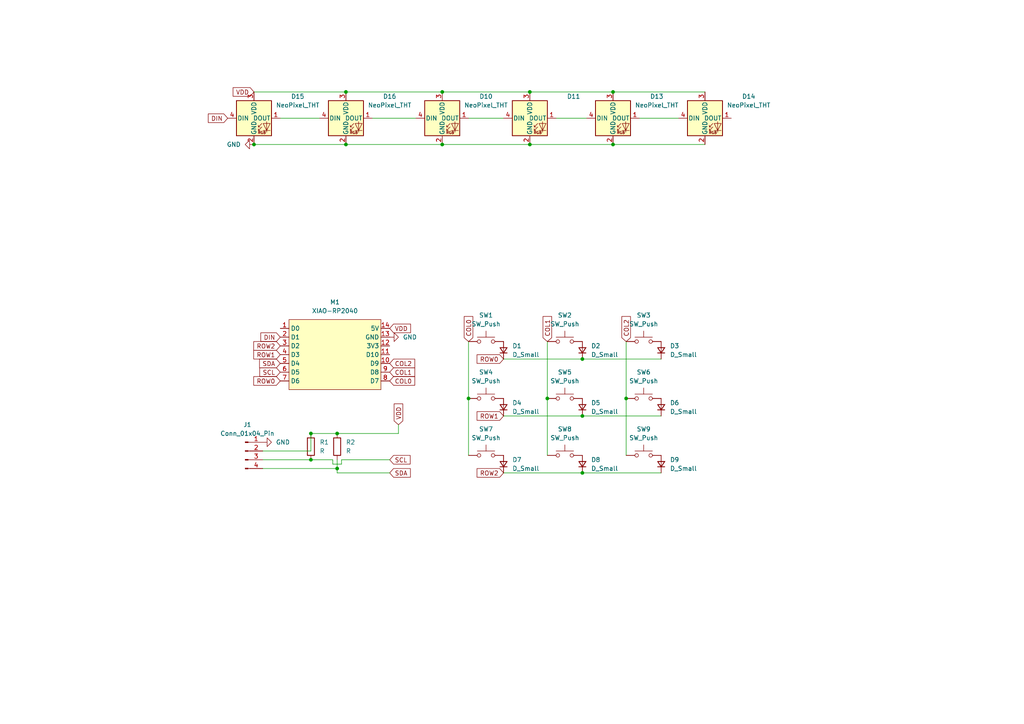
<source format=kicad_sch>
(kicad_sch (version 20231120) (generator "eeschema") (generator_version "8.0")
  (paper "A4")
  (lib_symbols
    (symbol "4xxx:XIAO-RP2040"
      (property "Reference" "M" (at 0 0 0))
      (property "Value" "XIAO-RP2040" (at 0 2.54 0))
      (symbol "XIAO-RP2040_0_1"
        (rectangle (start -12.7 10.16) (end 13.97 -10.16) (fill (type background)))
      )
      (symbol "XIAO-RP2040_1_1"
        (pin bidirectional line (at -15.24 7.62 0) (length 2.54) (name "D0") (number "1"))
        (pin bidirectional line (at 16.51 -2.54 180) (length 2.54) (name "D9") (number "10"))
        (pin bidirectional line (at 16.51 0 180) (length 2.54) (name "D10") (number "11"))
        (pin power_in line (at 16.51 2.54 180) (length 2.54) (name "3V3") (number "12"))
        (pin power_in line (at 16.51 5.08 180) (length 2.54) (name "GND") (number "13"))
        (pin power_in line (at 16.51 7.62 180) (length 2.54) (name "5V") (number "14"))
        (pin bidirectional line (at -15.24 5.08 0) (length 2.54) (name "D1") (number "2"))
        (pin bidirectional line (at -15.24 2.54 0) (length 2.54) (name "D2") (number "3"))
        (pin bidirectional line (at -15.24 0 0) (length 2.54) (name "D3") (number "4"))
        (pin bidirectional line (at -15.24 -2.54 0) (length 2.54) (name "D4") (number "5"))
        (pin bidirectional line (at -15.24 -5.08 0) (length 2.54) (name "D5") (number "6"))
        (pin bidirectional line (at -15.24 -7.62 0) (length 2.54) (name "D6") (number "7"))
        (pin bidirectional line (at 16.51 -7.62 180) (length 2.54) (name "D7") (number "8"))
        (pin bidirectional line (at 16.51 -5.08 180) (length 2.54) (name "D8") (number "9"))
      )
    )
    (symbol "Connector:Conn_01x04_Pin" (pin_names (offset 1.016) hide)
      (property "Reference" "J" (at 0 5.08 0))
      (property "Value" "Conn_01x04_Pin" (at 0 -7.62 0))
      (symbol "Conn_01x04_Pin_1_1"
        (polyline (pts (xy 1.27 -5.08) (xy 0.8636 -5.08)) (stroke (width 0.1524)))
        (polyline (pts (xy 1.27 -2.54) (xy 0.8636 -2.54)) (stroke (width 0.1524)))
        (polyline (pts (xy 1.27 0) (xy 0.8636 0)) (stroke (width 0.1524)))
        (polyline (pts (xy 1.27 2.54) (xy 0.8636 2.54)) (stroke (width 0.1524)))
        (rectangle (start 0.8636 -4.953) (end 0 -5.207) (stroke (width 0.1524)) (fill (type outline)))
        (rectangle (start 0.8636 -2.413) (end 0 -2.667) (stroke (width 0.1524)) (fill (type outline)))
        (rectangle (start 0.8636 0.127) (end 0 -0.127) (stroke (width 0.1524)) (fill (type outline)))
        (rectangle (start 0.8636 2.667) (end 0 2.413) (stroke (width 0.1524)) (fill (type outline)))
        (pin passive line (at 5.08 2.54 180) (length 3.81) (name "Pin_1") (number "1"))
        (pin passive line (at 5.08 0 180) (length 3.81) (name "Pin_2") (number "2"))
        (pin passive line (at 5.08 -2.54 180) (length 3.81) (name "Pin_3") (number "3"))
        (pin passive line (at 5.08 -5.08 180) (length 3.81) (name "Pin_4") (number "4"))
      )
    )
    (symbol "Device:D_Small" (pin_numbers hide) (pin_names (offset 0.254) hide)
      (property "Reference" "D" (at -1.27 2.032 0))
      (property "Value" "D_Small" (at -3.302 -4.572 0))
      (symbol "D_Small_0_1"
        (polyline (pts (xy -0.762 -1.016) (xy -0.762 1.016)) (stroke (width 0.254)))
        (polyline (pts (xy -0.762 0) (xy 0.762 0)))
        (polyline (pts (xy 0.762 -1.016) (xy -0.762 0) (xy 0.762 1.016) (xy 0.762 -1.016)) (stroke (width 0.254)))
      )
      (symbol "D_Small_1_1"
        (pin passive line (at 2.54 0 180) (length 1.778) (name "A") (number "A"))
        (pin passive line (at -2.54 0 0) (length 1.778) (name "K") (number "K"))
      )
    )
    (symbol "Device:R" (pin_numbers hide) (pin_names (offset 0))
      (property "Reference" "R" (at 2.032 0 90))
      (property "Value" "R" (at 0 0 90))
      (symbol "R_0_1"
        (rectangle (start -1.016 -2.54) (end 1.016 2.54) (stroke (width 0.254)))
      )
      (symbol "R_1_1"
        (pin passive line (at 0 3.81 270) (length 1.27) (name "~") (number "1"))
        (pin passive line (at 0 -3.81 90) (length 1.27) (name "~") (number "2"))
      )
    )
    (symbol "LED:NeoPixel_THT" (pin_names (offset 0.254))
      (property "Reference" "D" (at 5.08 5.715 0))
      (property "Value" "NeoPixel_THT" (at 1.27 -5.715 0))
      (symbol "NeoPixel_THT_0_0"
        (text "RGB" (at 2.286 -4.191 0) (effects (font (size 0.762 0.762))))
      )
      (symbol "NeoPixel_THT_0_1"
        (polyline (pts (xy 1.27 -3.556) (xy 1.778 -3.556)))
        (polyline (pts (xy 1.27 -2.54) (xy 1.778 -2.54)))
        (polyline (pts (xy 4.699 -3.556) (xy 2.667 -3.556)))
        (polyline (pts (xy 2.286 -2.54) (xy 1.27 -3.556) (xy 1.27 -3.048)))
        (polyline (pts (xy 2.286 -1.524) (xy 1.27 -2.54) (xy 1.27 -2.032)))
        (polyline (pts (xy 3.683 -1.016) (xy 3.683 -3.556) (xy 3.683 -4.064)))
        (polyline (pts (xy 4.699 -1.524) (xy 2.667 -1.524) (xy 3.683 -3.556) (xy 4.699 -1.524)))
        (rectangle (start 5.08 5.08) (end -5.08 -5.08) (stroke (width 0.254)) (fill (type background)))
      )
      (symbol "NeoPixel_THT_1_1"
        (pin output line (at 7.62 0 180) (length 2.54) (name "DOUT") (number "1"))
        (pin power_in line (at 0 -7.62 90) (length 2.54) (name "GND") (number "2"))
        (pin power_in line (at 0 7.62 270) (length 2.54) (name "VDD") (number "3"))
        (pin input line (at -7.62 0 0) (length 2.54) (name "DIN") (number "4"))
      )
    )
    (symbol "Switch:SW_Push" (pin_numbers hide) (pin_names (offset 1.016) hide)
      (property "Reference" "SW" (at 1.27 2.54 0))
      (property "Value" "SW_Push" (at 0 -1.524 0))
      (symbol "SW_Push_0_1"
        (circle (center -2.032 0) (radius 0.508))
        (polyline (pts (xy 0 1.27) (xy 0 3.048)))
        (polyline (pts (xy 2.54 1.27) (xy -2.54 1.27)))
        (circle (center 2.032 0) (radius 0.508))
        (pin passive line (at -5.08 0 0) (length 2.54) (name "1") (number "1"))
        (pin passive line (at 5.08 0 180) (length 2.54) (name "2") (number "2"))
      )
    )
    (symbol "power:GND" (power) (pin_numbers hide) (pin_names (offset 0) hide)
      (property "Value" "GND" (at 0 -3.81 0))
      (symbol "GND_0_1"
        (polyline (pts (xy 0 0) (xy 0 -1.27) (xy 1.27 -1.27) (xy 0 -2.54) (xy -1.27 -1.27) (xy 0 -1.27)))
      )
      (symbol "GND_1_1"
        (pin power_in line (at 0 0 270) (length 0) (name "~") (number "1"))
      )
    )
  )
  (junction (at 90.17 125.73))
  (junction (at 153.67 26.67))
  (junction (at 97.79 135.89))
  (junction (at 135.89 115.57))
  (junction (at 168.91 104.14))
  (junction (at 168.91 120.65))
  (junction (at 100.33 26.67))
  (junction (at 128.27 26.67))
  (junction (at 97.79 125.73))
  (junction (at 168.91 137.16))
  (junction (at 181.61 115.57))
  (junction (at 177.8 41.91))
  (junction (at 73.66 41.91))
  (junction (at 100.33 41.91))
  (junction (at 128.27 41.91))
  (junction (at 177.8 26.67))
  (junction (at 90.17 133.35))
  (junction (at 153.67 41.91))
  (junction (at 158.75 115.57))
  (wire (pts (xy 135.89 99.06) (xy 135.89 115.57)))
  (wire (pts (xy 153.67 41.91) (xy 177.8 41.91)))
  (wire (pts (xy 107.95 34.29) (xy 120.65 34.29)))
  (wire (pts (xy 76.2 133.35) (xy 90.17 133.35)))
  (wire (pts (xy 146.05 104.14) (xy 168.91 104.14)))
  (wire (pts (xy 100.33 26.67) (xy 128.27 26.67)))
  (wire (pts (xy 97.79 135.89) (xy 97.79 137.16)))
  (wire (pts (xy 115.57 125.73) (xy 115.57 123.19)))
  (wire (pts (xy 128.27 41.91) (xy 153.67 41.91)))
  (wire (pts (xy 177.8 41.91) (xy 204.47 41.91)))
  (wire (pts (xy 90.17 130.81) (xy 90.17 125.73)))
  (wire (pts (xy 99.06 134.62) (xy 96.52 134.62)))
  (wire (pts (xy 96.52 133.35) (xy 90.17 133.35)))
  (wire (pts (xy 99.06 133.35) (xy 99.06 134.62)))
  (wire (pts (xy 177.8 26.67) (xy 204.47 26.67)))
  (wire (pts (xy 135.89 34.29) (xy 146.05 34.29)))
  (wire (pts (xy 135.89 115.57) (xy 135.89 132.08)))
  (wire (pts (xy 97.79 125.73) (xy 115.57 125.73)))
  (wire (pts (xy 181.61 115.57) (xy 181.61 132.08)))
  (wire (pts (xy 168.91 104.14) (xy 191.77 104.14)))
  (wire (pts (xy 158.75 115.57) (xy 158.75 132.08)))
  (wire (pts (xy 100.33 41.91) (xy 128.27 41.91)))
  (wire (pts (xy 96.52 134.62) (xy 96.52 133.35)))
  (wire (pts (xy 73.66 26.67) (xy 100.33 26.67)))
  (wire (pts (xy 73.66 41.91) (xy 100.33 41.91)))
  (wire (pts (xy 158.75 99.06) (xy 158.75 115.57)))
  (wire (pts (xy 76.2 130.81) (xy 90.17 130.81)))
  (wire (pts (xy 181.61 99.06) (xy 181.61 115.57)))
  (wire (pts (xy 90.17 125.73) (xy 97.79 125.73)))
  (wire (pts (xy 113.03 137.16) (xy 97.79 137.16)))
  (wire (pts (xy 153.67 26.67) (xy 177.8 26.67)))
  (wire (pts (xy 161.29 34.29) (xy 170.18 34.29)))
  (wire (pts (xy 168.91 120.65) (xy 191.77 120.65)))
  (wire (pts (xy 81.28 34.29) (xy 92.71 34.29)))
  (wire (pts (xy 97.79 133.35) (xy 97.79 135.89)))
  (wire (pts (xy 146.05 137.16) (xy 168.91 137.16)))
  (wire (pts (xy 128.27 26.67) (xy 153.67 26.67)))
  (wire (pts (xy 113.03 133.35) (xy 99.06 133.35)))
  (wire (pts (xy 168.91 137.16) (xy 191.77 137.16)))
  (wire (pts (xy 76.2 135.89) (xy 97.79 135.89)))
  (wire (pts (xy 185.42 34.29) (xy 196.85 34.29)))
  (wire (pts (xy 146.05 120.65) (xy 168.91 120.65)))
  (global_label "COL2" (shape input) (at 181.61 99.06 90) (property "Intersheetrefs" "${INTERSHEET_REFS}" (effects (hide yes))))
  (global_label "VDD" (shape input) (at 73.66 26.67 180) (property "Intersheetrefs" "${INTERSHEET_REFS}" (effects (hide yes))))
  (global_label "SCL" (shape input) (at 81.28 107.95 180) (property "Intersheetrefs" "${INTERSHEET_REFS}" (effects (hide yes))))
  (global_label "COL0" (shape input) (at 135.89 99.06 90) (property "Intersheetrefs" "${INTERSHEET_REFS}" (effects (hide yes))))
  (global_label "DIN" (shape input) (at 81.28 97.79 180) (property "Intersheetrefs" "${INTERSHEET_REFS}" (effects (hide yes))))
  (global_label "ROW1" (shape input) (at 146.05 120.65 180) (property "Intersheetrefs" "${INTERSHEET_REFS}" (effects (hide yes))))
  (global_label "DIN" (shape input) (at 66.04 34.29 180) (property "Intersheetrefs" "${INTERSHEET_REFS}" (effects (hide yes))))
  (global_label "COL1" (shape input) (at 158.75 99.06 90) (property "Intersheetrefs" "${INTERSHEET_REFS}" (effects (hide yes))))
  (global_label "COL2" (shape input) (at 113.03 105.41 0) (property "Intersheetrefs" "${INTERSHEET_REFS}" (effects (hide yes))))
  (global_label "SCL" (shape input) (at 113.03 133.35 0) (property "Intersheetrefs" "${INTERSHEET_REFS}" (effects (hide yes))))
  (global_label "ROW2" (shape input) (at 146.05 137.16 180) (property "Intersheetrefs" "${INTERSHEET_REFS}" (effects (hide yes))))
  (global_label "ROW0" (shape input) (at 146.05 104.14 180) (property "Intersheetrefs" "${INTERSHEET_REFS}" (effects (hide yes))))
  (global_label "COL0" (shape input) (at 113.03 110.49 0) (property "Intersheetrefs" "${INTERSHEET_REFS}" (effects (hide yes))))
  (global_label "ROW2" (shape input) (at 81.28 100.33 180) (property "Intersheetrefs" "${INTERSHEET_REFS}" (effects (hide yes))))
  (global_label "ROW1" (shape input) (at 81.28 102.87 180) (property "Intersheetrefs" "${INTERSHEET_REFS}" (effects (hide yes))))
  (global_label "SDA" (shape input) (at 113.03 137.16 0) (property "Intersheetrefs" "${INTERSHEET_REFS}" (effects (hide yes))))
  (global_label "SDA" (shape input) (at 81.28 105.41 180) (property "Intersheetrefs" "${INTERSHEET_REFS}" (effects (hide yes))))
  (global_label "VDD" (shape input) (at 115.57 123.19 90) (property "Intersheetrefs" "${INTERSHEET_REFS}" (effects (hide yes))))
  (global_label "COL1" (shape input) (at 113.03 107.95 0) (property "Intersheetrefs" "${INTERSHEET_REFS}" (effects (hide yes))))
  (global_label "ROW0" (shape input) (at 81.28 110.49 180) (property "Intersheetrefs" "${INTERSHEET_REFS}" (effects (hide yes))))
  (global_label "VDD" (shape input) (at 113.03 95.25 0) (property "Intersheetrefs" "${INTERSHEET_REFS}" (effects (hide yes))))
  (symbol (lib_id "Switch:SW_Push") (at 163.83 99.06 0) (unit 1)
    (property "Reference" "SW2" (at 163.83 91.44 0))
    (property "Value" "SW_Push" (at 163.83 93.98 0))
    (property "Footprint" "Button_Switch_Keyboard:SW_Cherry_MX_1.00u_PCB" (effects (hide yes)))
    (property "Description" "Push button switch, generic, two pins" (effects (hide yes)))
  )
  (symbol (lib_id "LED:NeoPixel_THT") (at 73.66 34.29 0) (unit 1)
    (property "Reference" "D15" (at 86.36 27.9714 0))
    (property "Value" "NeoPixel_THT" (at 86.36 30.5114 0))
    (property "Footprint" "LED_SMD:LED_OPSCO_SK6812_PLCC4_5.0x5.0mm_P3.1mm" (effects (hide yes)))
    (property "Datasheet" "https://www.adafruit.com/product/1938" (effects (hide yes)))
    (property "Description" "RGB LED with integrated controller, 5mm/8mm LED package" (effects (hide yes)))
  )
  (symbol (lib_id "Switch:SW_Push") (at 186.69 132.08 0) (unit 1)
    (property "Reference" "SW9" (at 186.69 124.46 0))
    (property "Value" "SW_Push" (at 186.69 127 0))
    (property "Footprint" "Button_Switch_Keyboard:SW_Cherry_MX_1.00u_PCB" (effects (hide yes)))
    (property "Description" "Push button switch, generic, two pins" (effects (hide yes)))
  )
  (symbol (lib_id "Switch:SW_Push") (at 163.83 115.57 0) (unit 1)
    (property "Reference" "SW5" (at 163.83 107.95 0))
    (property "Value" "SW_Push" (at 163.83 110.49 0))
    (property "Footprint" "Button_Switch_Keyboard:SW_Cherry_MX_1.00u_PCB" (effects (hide yes)))
    (property "Description" "Push button switch, generic, two pins" (effects (hide yes)))
  )
  (symbol (lib_id "LED:NeoPixel_THT") (at 128.27 34.29 0) (unit 1)
    (property "Reference" "D10" (at 140.97 27.9714 0))
    (property "Value" "NeoPixel_THT" (at 140.97 30.5114 0))
    (property "Footprint" "LED_SMD:LED_OPSCO_SK6812_PLCC4_5.0x5.0mm_P3.1mm" (effects (hide yes)))
    (property "Datasheet" "https://www.adafruit.com/product/1938" (effects (hide yes)))
    (property "Description" "RGB LED with integrated controller, 5mm/8mm LED package" (effects (hide yes)))
  )
  (symbol (lib_id "Device:R") (at 90.17 129.54 0) (unit 1)
    (property "Reference" "R1" (at 92.71 128.2699 0) (effects (justify left)))
    (property "Value" "R" (at 92.71 130.8099 0) (effects (justify left)))
    (property "Footprint" "Resistor_THT:R_Axial_DIN0207_L6.3mm_D2.5mm_P10.16mm_Horizontal" (effects (hide yes)))
    (property "Description" "Resistor" (effects (hide yes)))
  )
  (symbol (lib_id "power:GND") (at 73.66 41.91 270) (unit 1)
    (property "Reference" "#PWR05" (effects (hide yes)))
    (property "Value" "GND" (at 69.85 41.9099 90) (effects (justify right)))
    (property "Description" "Power symbol creates a global label with name \"GND\" , ground" (effects (hide yes)))
  )
  (symbol (lib_id "LED:NeoPixel_THT") (at 100.33 34.29 0) (unit 1)
    (property "Reference" "D16" (at 113.03 27.9714 0))
    (property "Value" "NeoPixel_THT" (at 113.03 30.5114 0))
    (property "Footprint" "LED_SMD:LED_OPSCO_SK6812_PLCC4_5.0x5.0mm_P3.1mm" (effects (hide yes)))
    (property "Datasheet" "https://www.adafruit.com/product/1938" (effects (hide yes)))
    (property "Description" "RGB LED with integrated controller, 5mm/8mm LED package" (effects (hide yes)))
  )
  (symbol (lib_id "Switch:SW_Push") (at 163.83 132.08 0) (unit 1)
    (property "Reference" "SW8" (at 163.83 124.46 0))
    (property "Value" "SW_Push" (at 163.83 127 0))
    (property "Footprint" "Button_Switch_Keyboard:SW_Cherry_MX_1.00u_PCB" (effects (hide yes)))
    (property "Description" "Push button switch, generic, two pins" (effects (hide yes)))
  )
  (symbol (lib_id "Device:D_Small") (at 146.05 134.62 90) (unit 1)
    (property "Reference" "D7" (at 148.59 133.3499 90) (effects (justify right)))
    (property "Value" "D_Small" (at 148.59 135.8899 90) (effects (justify right)))
    (property "Footprint" "Audio_Module:DIODE-1N4148" (effects (hide yes)))
    (property "Description" "Diode, small symbol" (effects (hide yes)))
    (property "Sim.Device" "D" (effects (hide yes)))
    (property "Sim.Pins" "1=K 2=A" (effects (hide yes)))
  )
  (symbol (lib_id "Device:D_Small") (at 146.05 118.11 90) (unit 1)
    (property "Reference" "D4" (at 148.59 116.8399 90) (effects (justify right)))
    (property "Value" "D_Small" (at 148.59 119.3799 90) (effects (justify right)))
    (property "Footprint" "Audio_Module:DIODE-1N4148" (effects (hide yes)))
    (property "Description" "Diode, small symbol" (effects (hide yes)))
    (property "Sim.Device" "D" (effects (hide yes)))
    (property "Sim.Pins" "1=K 2=A" (effects (hide yes)))
  )
  (symbol (lib_id "Device:D_Small") (at 168.91 134.62 90) (unit 1)
    (property "Reference" "D8" (at 171.45 133.3499 90) (effects (justify right)))
    (property "Value" "D_Small" (at 171.45 135.8899 90) (effects (justify right)))
    (property "Footprint" "Audio_Module:DIODE-1N4148" (effects (hide yes)))
    (property "Description" "Diode, small symbol" (effects (hide yes)))
    (property "Sim.Device" "D" (effects (hide yes)))
    (property "Sim.Pins" "1=K 2=A" (effects (hide yes)))
  )
  (symbol (lib_id "Device:D_Small") (at 168.91 118.11 90) (unit 1)
    (property "Reference" "D5" (at 171.45 116.8399 90) (effects (justify right)))
    (property "Value" "D_Small" (at 171.45 119.3799 90) (effects (justify right)))
    (property "Footprint" "Audio_Module:DIODE-1N4148" (effects (hide yes)))
    (property "Description" "Diode, small symbol" (effects (hide yes)))
    (property "Sim.Device" "D" (effects (hide yes)))
    (property "Sim.Pins" "1=K 2=A" (effects (hide yes)))
  )
  (symbol (lib_id "LED:NeoPixel_THT") (at 153.67 34.29 0) (unit 1)
    (property "Reference" "D11" (at 166.37 27.9714 0))
    (property "Value" "NeoPixel_THT" (effects (hide yes)))
    (property "Footprint" "LED_SMD:LED_OPSCO_SK6812_PLCC4_5.0x5.0mm_P3.1mm" (effects (hide yes)))
    (property "Datasheet" "https://www.adafruit.com/product/1938" (effects (hide yes)))
    (property "Description" "RGB LED with integrated controller, 5mm/8mm LED package" (effects (hide yes)))
  )
  (symbol (lib_id "Device:D_Small") (at 146.05 101.6 90) (unit 1)
    (property "Reference" "D1" (at 148.59 100.3299 90) (effects (justify right)))
    (property "Value" "D_Small" (at 148.59 102.8699 90) (effects (justify right)))
    (property "Footprint" "Audio_Module:DIODE-1N4148" (effects (hide yes)))
    (property "Description" "Diode, small symbol" (effects (hide yes)))
    (property "Sim.Device" "D" (effects (hide yes)))
    (property "Sim.Pins" "1=K 2=A" (effects (hide yes)))
  )
  (symbol (lib_id "LED:NeoPixel_THT") (at 204.47 34.29 0) (unit 1)
    (property "Reference" "D14" (at 217.17 27.9714 0))
    (property "Value" "NeoPixel_THT" (at 217.17 30.5114 0))
    (property "Footprint" "LED_SMD:LED_OPSCO_SK6812_PLCC4_5.0x5.0mm_P3.1mm" (effects (hide yes)))
    (property "Datasheet" "https://www.adafruit.com/product/1938" (effects (hide yes)))
    (property "Description" "RGB LED with integrated controller, 5mm/8mm LED package" (effects (hide yes)))
  )
  (symbol (lib_id "Switch:SW_Push") (at 186.69 115.57 0) (unit 1)
    (property "Reference" "SW6" (at 186.69 107.95 0))
    (property "Value" "SW_Push" (at 186.69 110.49 0))
    (property "Footprint" "Button_Switch_Keyboard:SW_Cherry_MX_1.00u_PCB" (effects (hide yes)))
    (property "Description" "Push button switch, generic, two pins" (effects (hide yes)))
  )
  (symbol (lib_id "Switch:SW_Push") (at 140.97 132.08 0) (unit 1)
    (property "Reference" "SW7" (at 140.97 124.46 0))
    (property "Value" "SW_Push" (at 140.97 127 0))
    (property "Footprint" "Button_Switch_Keyboard:SW_Cherry_MX_1.00u_PCB" (effects (hide yes)))
    (property "Description" "Push button switch, generic, two pins" (effects (hide yes)))
  )
  (symbol (lib_id "Device:D_Small") (at 191.77 118.11 90) (unit 1)
    (property "Reference" "D6" (at 194.31 116.8399 90) (effects (justify right)))
    (property "Value" "D_Small" (at 194.31 119.3799 90) (effects (justify right)))
    (property "Footprint" "Audio_Module:DIODE-1N4148" (effects (hide yes)))
    (property "Description" "Diode, small symbol" (effects (hide yes)))
    (property "Sim.Device" "D" (effects (hide yes)))
    (property "Sim.Pins" "1=K 2=A" (effects (hide yes)))
  )
  (symbol (lib_id "Device:R") (at 97.79 129.54 0) (unit 1)
    (property "Reference" "R2" (at 100.33 128.2699 0) (effects (justify left)))
    (property "Value" "R" (at 100.33 130.8099 0) (effects (justify left)))
    (property "Footprint" "Resistor_THT:R_Axial_DIN0207_L6.3mm_D2.5mm_P10.16mm_Horizontal" (effects (hide yes)))
    (property "Description" "Resistor" (effects (hide yes)))
  )
  (symbol (lib_id "Switch:SW_Push") (at 186.69 99.06 0) (unit 1)
    (property "Reference" "SW3" (at 186.69 91.44 0))
    (property "Value" "SW_Push" (at 186.69 93.98 0))
    (property "Footprint" "Button_Switch_Keyboard:SW_Cherry_MX_1.00u_PCB" (effects (hide yes)))
    (property "Description" "Push button switch, generic, two pins" (effects (hide yes)))
  )
  (symbol (lib_id "Switch:SW_Push") (at 140.97 115.57 0) (unit 1)
    (property "Reference" "SW4" (at 140.97 107.95 0))
    (property "Value" "SW_Push" (at 140.97 110.49 0))
    (property "Footprint" "Button_Switch_Keyboard:SW_Cherry_MX_1.00u_PCB" (effects (hide yes)))
    (property "Description" "Push button switch, generic, two pins" (effects (hide yes)))
  )
  (symbol (lib_id "power:GND") (at 76.2 128.27 90) (unit 1)
    (property "Reference" "#PWR01" (effects (hide yes)))
    (property "Value" "GND" (at 80.01 128.2699 90) (effects (justify right)))
    (property "Description" "Power symbol creates a global label with name \"GND\" , ground" (effects (hide yes)))
  )
  (symbol (lib_id "LED:NeoPixel_THT") (at 177.8 34.29 0) (unit 1)
    (property "Reference" "D13" (at 190.5 27.9714 0))
    (property "Value" "NeoPixel_THT" (at 190.5 30.5114 0))
    (property "Footprint" "LED_SMD:LED_OPSCO_SK6812_PLCC4_5.0x5.0mm_P3.1mm" (effects (hide yes)))
    (property "Datasheet" "https://www.adafruit.com/product/1938" (effects (hide yes)))
    (property "Description" "RGB LED with integrated controller, 5mm/8mm LED package" (effects (hide yes)))
  )
  (symbol (lib_id "power:GND") (at 113.03 97.79 90) (unit 1)
    (property "Reference" "#PWR04" (effects (hide yes)))
    (property "Value" "GND" (at 116.84 97.7899 90) (effects (justify right)))
    (property "Description" "Power symbol creates a global label with name \"GND\" , ground" (effects (hide yes)))
  )
  (symbol (lib_id "Device:D_Small") (at 191.77 101.6 90) (unit 1)
    (property "Reference" "D3" (at 194.31 100.3299 90) (effects (justify right)))
    (property "Value" "D_Small" (at 194.31 102.8699 90) (effects (justify right)))
    (property "Footprint" "Audio_Module:DIODE-1N4148" (effects (hide yes)))
    (property "Description" "Diode, small symbol" (effects (hide yes)))
    (property "Sim.Device" "D" (effects (hide yes)))
    (property "Sim.Pins" "1=K 2=A" (effects (hide yes)))
  )
  (symbol (lib_id "Switch:SW_Push") (at 140.97 99.06 0) (unit 1)
    (property "Reference" "SW1" (at 140.97 91.44 0))
    (property "Value" "SW_Push" (at 140.97 93.98 0))
    (property "Footprint" "Button_Switch_Keyboard:SW_Cherry_MX_1.00u_PCB" (effects (hide yes)))
    (property "Description" "Push button switch, generic, two pins" (effects (hide yes)))
  )
  (symbol (lib_id "4xxx:XIAO-RP2040") (at 96.52 102.87 0) (unit 1)
    (property "Reference" "M1" (at 97.155 87.63 0))
    (property "Value" "XIAO-RP2040" (at 97.155 90.17 0))
    (property "Footprint" "Audio_Module:xiao" (effects (hide yes)))
  )
  (symbol (lib_id "Device:D_Small") (at 168.91 101.6 90) (unit 1)
    (property "Reference" "D2" (at 171.45 100.3299 90) (effects (justify right)))
    (property "Value" "D_Small" (at 171.45 102.8699 90) (effects (justify right)))
    (property "Footprint" "Audio_Module:DIODE-1N4148" (effects (hide yes)))
    (property "Description" "Diode, small symbol" (effects (hide yes)))
    (property "Sim.Device" "D" (effects (hide yes)))
    (property "Sim.Pins" "1=K 2=A" (effects (hide yes)))
  )
  (symbol (lib_id "Connector:Conn_01x04_Pin") (at 71.12 130.81 0) (unit 1)
    (property "Reference" "J1" (at 71.755 123.19 0))
    (property "Value" "Conn_01x04_Pin" (at 71.755 125.73 0))
    (property "Footprint" "Audio_Module:screen" (effects (hide yes)))
    (property "Description" "Generic connector, single row, 01x04, script generated" (effects (hide yes)))
  )
  (symbol (lib_id "Device:D_Small") (at 191.77 134.62 90) (unit 1)
    (property "Reference" "D9" (at 194.31 133.3499 90) (effects (justify right)))
    (property "Value" "D_Small" (at 194.31 135.8899 90) (effects (justify right)))
    (property "Footprint" "Audio_Module:DIODE-1N4148" (effects (hide yes)))
    (property "Description" "Diode, small symbol" (effects (hide yes)))
    (property "Sim.Device" "D" (effects (hide yes)))
    (property "Sim.Pins" "1=K 2=A" (effects (hide yes)))
  )
)
</source>
